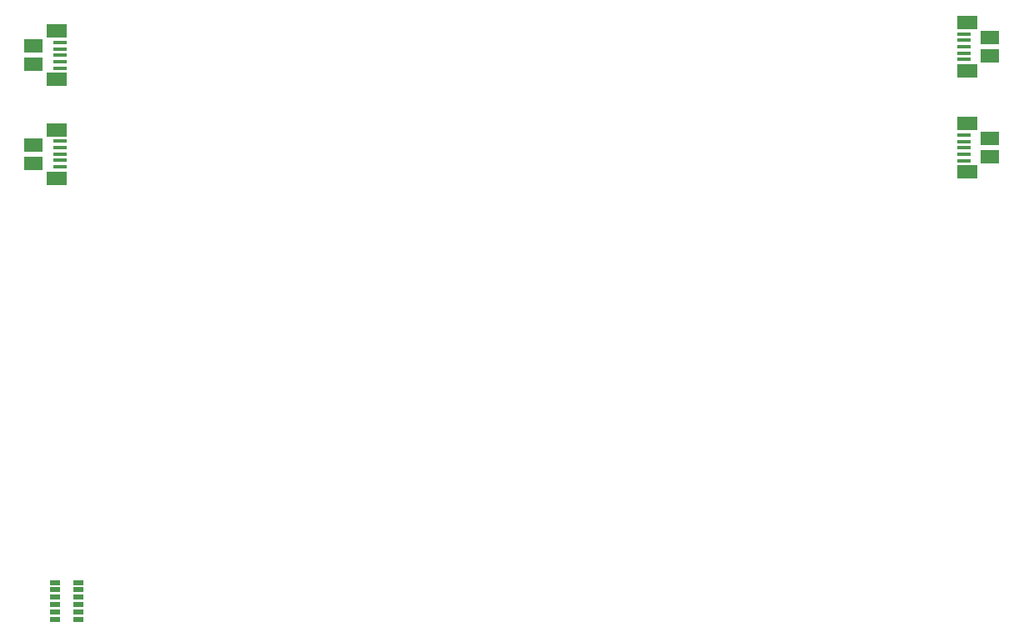
<source format=gbr>
%TF.GenerationSoftware,KiCad,Pcbnew,8.0.2-1*%
%TF.CreationDate,2024-06-23T19:16:47-07:00*%
%TF.ProjectId,antenna_top_cap_v2,616e7465-6e6e-4615-9f74-6f705f636170,rev?*%
%TF.SameCoordinates,Original*%
%TF.FileFunction,Paste,Bot*%
%TF.FilePolarity,Positive*%
%FSLAX46Y46*%
G04 Gerber Fmt 4.6, Leading zero omitted, Abs format (unit mm)*
G04 Created by KiCad (PCBNEW 8.0.2-1) date 2024-06-23 19:16:47*
%MOMM*%
%LPD*%
G01*
G04 APERTURE LIST*
%ADD10R,1.380000X0.450000*%
%ADD11R,2.100000X1.475000*%
%ADD12R,1.900000X1.375000*%
%ADD13R,1.000000X0.500000*%
G04 APERTURE END LIST*
D10*
%TO.C,J10*%
X119655800Y-80444400D03*
X119655800Y-81094400D03*
X119655800Y-81744400D03*
X119655800Y-82394400D03*
X119655800Y-83044400D03*
D11*
X119295800Y-84206900D03*
D12*
X116995800Y-82681900D03*
X116995800Y-80806900D03*
D11*
X119295800Y-79281900D03*
%TD*%
D10*
%TO.C,J13*%
X211435800Y-92444400D03*
X211435800Y-91794400D03*
X211435800Y-91144400D03*
X211435800Y-90494400D03*
X211435800Y-89844400D03*
D11*
X211795800Y-88681900D03*
D12*
X214095800Y-90206900D03*
X214095800Y-92081900D03*
D11*
X211795800Y-93606900D03*
%TD*%
D10*
%TO.C,J15*%
X211435800Y-82169400D03*
X211435800Y-81519400D03*
X211435800Y-80869400D03*
X211435800Y-80219400D03*
X211435800Y-79569400D03*
D11*
X211795800Y-78406900D03*
D12*
X214095800Y-79931900D03*
X214095800Y-81806900D03*
D11*
X211795800Y-83331900D03*
%TD*%
D10*
%TO.C,J11*%
X119655800Y-90469400D03*
X119655800Y-91119400D03*
X119655800Y-91769400D03*
X119655800Y-92419400D03*
X119655800Y-93069400D03*
D11*
X119295800Y-94231900D03*
D12*
X116995800Y-92706900D03*
X116995800Y-90831900D03*
D11*
X119295800Y-89306900D03*
%TD*%
D13*
%TO.C,U1*%
X121525800Y-135279400D03*
X121525800Y-136029400D03*
X121525800Y-136779400D03*
X121525800Y-137529400D03*
X121525800Y-138279400D03*
X121525800Y-139029400D03*
X119125800Y-139029400D03*
X119125800Y-138279400D03*
X119125800Y-137529400D03*
X119125800Y-136779400D03*
X119125800Y-136029400D03*
X119125800Y-135279400D03*
%TD*%
M02*

</source>
